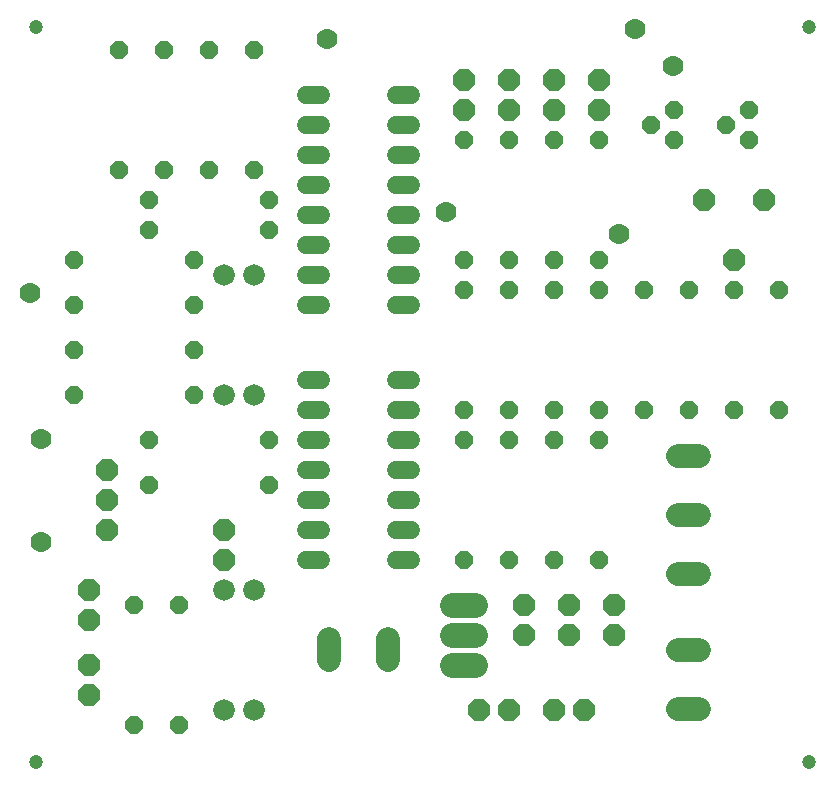
<source format=gbr>
G04 EAGLE Gerber RS-274X export*
G75*
%MOMM*%
%FSLAX34Y34*%
%LPD*%
%INSoldermask Bottom*%
%IPPOS*%
%AMOC8*
5,1,8,0,0,1.08239X$1,22.5*%
G01*
%ADD10C,1.203200*%
%ADD11C,2.032000*%
%ADD12P,1.951982X8X292.500000*%
%ADD13P,1.951982X8X112.500000*%
%ADD14P,1.951982X8X202.500000*%
%ADD15P,1.951982X8X22.500000*%
%ADD16C,1.828800*%
%ADD17C,1.524000*%
%ADD18C,2.082800*%
%ADD19P,2.034460X8X292.500000*%
%ADD20P,1.649562X8X112.500000*%
%ADD21P,1.649562X8X22.500000*%
%ADD22P,1.649562X8X292.500000*%
%ADD23P,1.649562X8X202.500000*%
%ADD24P,2.034460X8X22.500000*%
%ADD25C,1.765200*%


D10*
X196850Y641350D03*
X850900Y641350D03*
X850900Y19050D03*
X196850Y19050D03*
D11*
X444754Y105156D02*
X444754Y123444D01*
X495046Y123444D02*
X495046Y105156D01*
D12*
X673100Y596900D03*
X673100Y571500D03*
D13*
X609600Y127000D03*
X609600Y152400D03*
D12*
X647700Y152400D03*
X647700Y127000D03*
D13*
X635000Y571500D03*
X635000Y596900D03*
D14*
X660400Y63500D03*
X635000Y63500D03*
D15*
X571500Y63500D03*
X596900Y63500D03*
D13*
X685800Y127000D03*
X685800Y152400D03*
X558800Y571500D03*
X558800Y596900D03*
X596900Y571500D03*
X596900Y596900D03*
D12*
X241300Y165100D03*
X241300Y139700D03*
X241300Y101600D03*
X241300Y76200D03*
D16*
X381000Y431800D03*
X381000Y330200D03*
X355600Y431800D03*
X355600Y330200D03*
X381000Y63500D03*
X381000Y165100D03*
X355600Y63500D03*
X355600Y165100D03*
D17*
X501396Y406400D02*
X514604Y406400D01*
X514604Y431800D02*
X501396Y431800D01*
X501396Y558800D02*
X514604Y558800D01*
X514604Y584200D02*
X501396Y584200D01*
X501396Y457200D02*
X514604Y457200D01*
X514604Y482600D02*
X501396Y482600D01*
X501396Y533400D02*
X514604Y533400D01*
X514604Y508000D02*
X501396Y508000D01*
X438404Y584200D02*
X425196Y584200D01*
X425196Y558800D02*
X438404Y558800D01*
X438404Y533400D02*
X425196Y533400D01*
X425196Y508000D02*
X438404Y508000D01*
X438404Y482600D02*
X425196Y482600D01*
X425196Y457200D02*
X438404Y457200D01*
X438404Y431800D02*
X425196Y431800D01*
X425196Y406400D02*
X438404Y406400D01*
X501396Y190500D02*
X514604Y190500D01*
X514604Y215900D02*
X501396Y215900D01*
X501396Y342900D02*
X514604Y342900D01*
X438404Y342900D02*
X425196Y342900D01*
X501396Y241300D02*
X514604Y241300D01*
X514604Y266700D02*
X501396Y266700D01*
X501396Y317500D02*
X514604Y317500D01*
X514604Y292100D02*
X501396Y292100D01*
X438404Y317500D02*
X425196Y317500D01*
X425196Y292100D02*
X438404Y292100D01*
X438404Y266700D02*
X425196Y266700D01*
X425196Y241300D02*
X438404Y241300D01*
X438404Y215900D02*
X425196Y215900D01*
X425196Y190500D02*
X438404Y190500D01*
D18*
X549402Y101600D02*
X568198Y101600D01*
X568198Y127000D02*
X549402Y127000D01*
X549402Y152400D02*
X568198Y152400D01*
D19*
X355600Y215900D03*
X355600Y190500D03*
D20*
X825500Y317500D03*
X825500Y419100D03*
X635000Y317500D03*
X635000Y419100D03*
X673100Y317500D03*
X673100Y419100D03*
X558800Y444500D03*
X558800Y546100D03*
D21*
X228600Y406400D03*
X330200Y406400D03*
D22*
X342900Y622300D03*
X342900Y520700D03*
X381000Y622300D03*
X381000Y520700D03*
D21*
X292100Y469900D03*
X393700Y469900D03*
X292100Y254000D03*
X393700Y254000D03*
X292100Y292100D03*
X393700Y292100D03*
D23*
X330200Y444500D03*
X228600Y444500D03*
D22*
X787400Y419100D03*
X787400Y317500D03*
X317500Y152400D03*
X317500Y50800D03*
D21*
X228600Y330200D03*
X330200Y330200D03*
D23*
X393700Y495300D03*
X292100Y495300D03*
D21*
X228600Y368300D03*
X330200Y368300D03*
D20*
X596900Y444500D03*
X596900Y546100D03*
D22*
X558800Y419100D03*
X558800Y317500D03*
D20*
X635000Y444500D03*
X635000Y546100D03*
X673100Y444500D03*
X673100Y546100D03*
X279400Y50800D03*
X279400Y152400D03*
X266700Y520700D03*
X266700Y622300D03*
D22*
X749300Y419100D03*
X749300Y317500D03*
X304800Y622300D03*
X304800Y520700D03*
D24*
X762000Y495300D03*
X812800Y495300D03*
X787400Y444500D03*
D19*
X257175Y215900D03*
X257175Y266700D03*
X257175Y241300D03*
D20*
X711200Y317500D03*
X711200Y419100D03*
D22*
X673100Y292100D03*
X673100Y190500D03*
D20*
X558800Y190500D03*
X558800Y292100D03*
X596900Y190500D03*
X596900Y292100D03*
X635000Y190500D03*
X635000Y292100D03*
X596900Y317500D03*
X596900Y419100D03*
X736600Y571500D03*
X717550Y558800D03*
X736600Y546100D03*
X800100Y571500D03*
X781050Y558800D03*
X800100Y546100D03*
D11*
X758444Y178562D02*
X740156Y178562D01*
X740156Y228600D02*
X758444Y228600D01*
X758444Y278638D02*
X740156Y278638D01*
X740156Y63754D02*
X758444Y63754D01*
X758444Y114046D02*
X740156Y114046D01*
D25*
X690372Y466344D03*
X544068Y484632D03*
X201168Y292608D03*
X201168Y205740D03*
X192024Y416052D03*
X736092Y608076D03*
X704088Y640080D03*
X443484Y630936D03*
M02*

</source>
